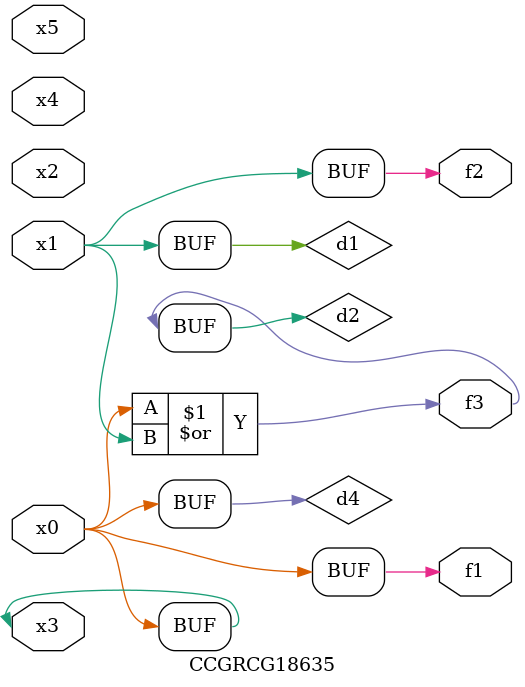
<source format=v>
module CCGRCG18635(
	input x0, x1, x2, x3, x4, x5,
	output f1, f2, f3
);

	wire d1, d2, d3, d4;

	and (d1, x1);
	or (d2, x0, x1);
	nand (d3, x0, x5);
	buf (d4, x0, x3);
	assign f1 = d4;
	assign f2 = d1;
	assign f3 = d2;
endmodule

</source>
